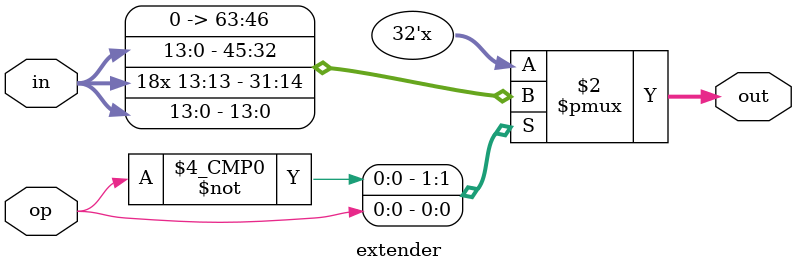
<source format=v>
module extender (in,op,out);
    input [15:0] in;
    input op;
    output reg [31:0] out; 
	
    always @(*) begin
        case (op)
            1'b0: out = {18'b0, in[13:0]}; // unsigned 
            1'b1: out = {{18{in[13]}}, in[13:0]}; // signed 
        endcase
    end
endmodule

</source>
